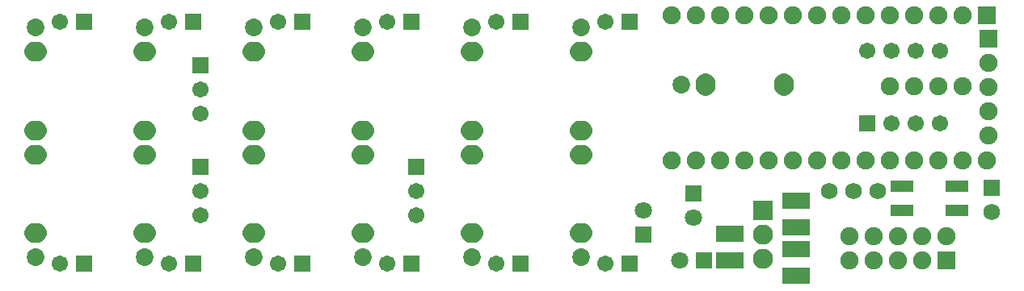
<source format=gts>
G04 DipTrace 3.0.0.2*
G04 magpie_midi01.GTS*
%MOIN*%
G04 #@! TF.FileFunction,Soldermask,Top*
G04 #@! TF.Part,Single*
%AMOUTLINE1*
4,1,16,
0.0415,0.005451,
0.037483,0.023051,
0.025939,0.037527,
0.009258,0.04556,
-0.009258,0.04556,
-0.02594,0.037527,
-0.037483,0.02305,
-0.0415,0.005451,
-0.0415,-0.005451,
-0.037483,-0.023051,
-0.025939,-0.037527,
-0.009258,-0.04556,
0.009258,-0.04556,
0.02594,-0.037527,
0.037483,-0.02305,
0.0415,-0.005451,
0.0415,0.005451,
0*%
%AMOUTLINE4*
4,1,16,
0.005451,-0.0415,
0.023051,-0.037483,
0.037527,-0.025939,
0.04556,-0.009258,
0.04556,0.009258,
0.037527,0.02594,
0.02305,0.037483,
0.005451,0.0415,
-0.005451,0.0415,
-0.023051,0.037483,
-0.037527,0.025939,
-0.04556,0.009258,
-0.04556,-0.009258,
-0.037527,-0.02594,
-0.02305,-0.037483,
-0.005451,-0.0415,
0.005451,-0.0415,
0*%
%AMOUTLINE7*
4,1,16,
-0.005451,0.0415,
-0.023051,0.037483,
-0.037527,0.025939,
-0.04556,0.009258,
-0.04556,-0.009258,
-0.037527,-0.02594,
-0.02305,-0.037483,
-0.005451,-0.0415,
0.005451,-0.0415,
0.023051,-0.037483,
0.037527,-0.025939,
0.04556,-0.009258,
0.04556,0.009258,
0.037527,0.02594,
0.02305,0.037483,
0.005451,0.0415,
-0.005451,0.0415,
0*%
%ADD52R,0.068X0.068*%
%ADD54C,0.082803*%
%ADD56R,0.082803X0.082803*%
%ADD60C,0.068*%
%ADD61C,0.068*%
%ADD63R,0.094614X0.04737*%
%ADD65R,0.114299X0.070992*%
%ADD67C,0.074929*%
%ADD69C,0.073*%
%ADD71C,0.074929*%
%ADD73R,0.074929X0.074929*%
%ADD79C,0.070992*%
%ADD81R,0.070992X0.070992*%
%ADD87C,0.067055*%
%ADD89R,0.067055X0.067055*%
%ADD96OUTLINE1*%
%ADD99OUTLINE4*%
%ADD102OUTLINE7*%
%FSLAX26Y26*%
G04*
G70*
G90*
G75*
G01*
G04 TopMask*
%LPD*%
D89*
X4024000Y1074000D3*
D87*
X4124000D3*
X4224000D3*
X4324000D3*
Y1374000D3*
X4224000D3*
X4124000D3*
X4024000D3*
D81*
X3100251Y612751D3*
D79*
Y712751D3*
D81*
X3306500Y781500D3*
D79*
Y681500D3*
D81*
X3350249Y506500D3*
D79*
X3250249D3*
D87*
X694000Y1494000D3*
D89*
X794000D3*
D87*
X1144000D3*
D89*
X1244000D3*
D87*
X1594000D3*
D89*
X1694000D3*
D87*
X2044000D3*
D89*
X2144000D3*
D87*
X2494000D3*
D89*
X2594000D3*
D87*
X2944000D3*
D89*
X3044000D3*
D87*
X2944000Y494000D3*
D89*
X3044000D3*
D87*
X2494000D3*
D89*
X2594000D3*
D87*
X2044000D3*
D89*
X2144000D3*
D87*
X1594000D3*
D89*
X1694000D3*
D87*
X1144000D3*
D89*
X1244000D3*
D87*
X694000D3*
D89*
X794000D3*
D73*
X4519000Y1519000D3*
D71*
X4419000D3*
X4319000D3*
X4219000D3*
X4119000D3*
X4019000D3*
X3919000D3*
X3819000D3*
X3719000D3*
X3619000D3*
X3519000D3*
X3419000D3*
X3319000D3*
X3219000D3*
D73*
X4524000Y1424000D3*
D71*
Y1324000D3*
Y1224000D3*
Y1124000D3*
Y1024000D3*
D96*
X3357000Y1231500D3*
X3682001Y1231501D3*
D69*
X3257001Y1231500D3*
D67*
X4419000Y1225249D3*
D71*
X4319000D3*
X4219000D3*
X4119000D3*
D99*
X594000Y1368500D3*
X594001Y1043499D3*
D69*
X594000Y1468499D3*
D99*
X1044000Y1368500D3*
X1044001Y1043499D3*
D69*
X1044000Y1468499D3*
D99*
X1494000Y1368500D3*
X1494001Y1043499D3*
D69*
X1494000Y1468499D3*
D99*
X1944000Y1368500D3*
X1944001Y1043499D3*
D69*
X1944000Y1468499D3*
D99*
X2394000Y1368500D3*
X2394001Y1043499D3*
D69*
X2394000Y1468499D3*
D99*
X2844000Y1368500D3*
X2844001Y1043499D3*
D69*
X2844000Y1468499D3*
D102*
X594000Y619500D3*
X593999Y944501D3*
D69*
X594000Y519501D3*
D102*
X1044000Y619500D3*
X1043999Y944501D3*
D69*
X1044000Y519501D3*
D102*
X1494000Y619500D3*
X1493999Y944501D3*
D69*
X1494000Y519501D3*
D102*
X1944000Y619500D3*
X1943999Y944501D3*
D69*
X1944000Y519501D3*
D102*
X2394000Y619500D3*
X2393999Y944501D3*
D69*
X2394000Y519501D3*
D102*
X2844000Y619500D3*
X2843999Y944501D3*
D69*
X2844000Y519501D3*
D73*
X4350255Y506500D3*
D71*
Y606500D3*
X4250255Y506500D3*
Y606500D3*
X4150255Y506500D3*
Y606500D3*
X4050255Y506500D3*
Y606500D3*
X3950255Y506500D3*
Y606500D3*
D65*
X3731500Y444000D3*
Y554236D3*
Y644000D3*
Y754236D3*
X3456500Y506500D3*
Y616736D3*
D63*
X4168991Y812749D3*
Y712749D3*
X4393794D3*
Y812749D3*
D89*
X1274000Y1314000D3*
D87*
Y1214000D3*
Y1114000D3*
D89*
Y894000D3*
D87*
Y794000D3*
Y694000D3*
D89*
X2164000Y894000D3*
D87*
Y794000D3*
Y694000D3*
D61*
X4068614Y794084D3*
D60*
X3968614D3*
X3868614D3*
D67*
X4519000Y919000D3*
D71*
X4419000D3*
X4319000D3*
X4219000D3*
X4119000D3*
X4019000D3*
X3919000D3*
X3819000D3*
X3719000D3*
X3619000D3*
X3519000D3*
X3419000D3*
X3319000D3*
X3219000D3*
D56*
X3594000Y712749D3*
D54*
Y612749D3*
Y512749D3*
D52*
X4537315Y806583D3*
D60*
Y706583D3*
M02*

</source>
